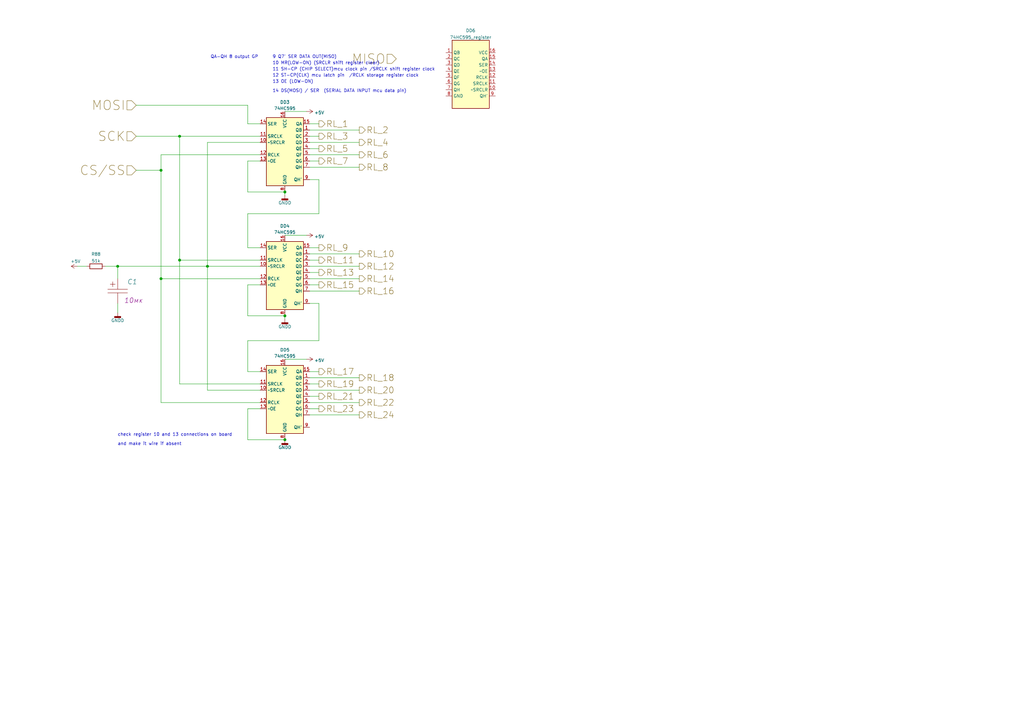
<source format=kicad_sch>
(kicad_sch (version 20210621) (generator eeschema)

  (uuid f3e9d218-bfa9-47e0-86eb-88e767012ce2)

  (paper "A3")

  (title_block
    (title "Seebeck measurement system (longitudinally)")
    (comment 1 "RUST.ZM-12.402.01.00")
  )

  (lib_symbols
    (symbol "[LTM][Capacitors][K53-68][A_B_C_D_E][5]:K53-68-C-20V-10uF-10%" (pin_numbers hide) (pin_names (offset 0) hide) (in_bom yes) (on_board yes)
      (property "Reference" "C" (id 0) (at 6.985 0 0)
        (effects (font (size 2.0066 2.0066) italic))
      )
      (property "Value" "K53-68-C-20V-10uF-10%" (id 1) (at 0 83.82 0)
        (effects (font (size 2.54 2.54) italic) hide)
      )
      (property "Footprint" "[LTM][FP][Capacitors]:[LTM][C][Tantalum][C][6032-28]" (id 2) (at 0 78.74 0)
        (effects (font (size 2.54 2.54) italic) hide)
      )
      (property "Datasheet" "C:/Program Files/KiCad/share/LTM_DataSheet/Конденсаторы_танталовые_К53-68_ОАО_Элеконд.pdf" (id 3) (at 0 74.93 0)
        (effects (font (size 2.54 2.54) italic) hide)
      )
      (property "ValueName" "10 мкФ" (id 4) (at 9.525 -3.81 0)
        (effects (font (size 2.0066 2.0066) italic))
      )
      (property "ValueGroup" "Конденсаторы" (id 5) (at 0 71.12 0)
        (effects (font (size 2.54 2.54) italic) hide)
      )
      (property "ValueGOST" "К53-68-C-20 В-10 мкФ ±10%" (id 6) (at 0 67.31 0)
        (effects (font (size 2.54 2.54) italic) hide)
      )
      (property "ValueTU" "АЖЯР.673546.007 ТУ" (id 7) (at 0 63.5 0)
        (effects (font (size 2.54 2.54) italic) hide)
      )
      (property "ValueManufacturer" "ф. ОАО \"Элеконд\"" (id 8) (at 0 59.69 0)
        (effects (font (size 2.54 2.54) italic) hide)
      )
      (property "ValueTemp_1" "АЖЯР.673546.007 ТУ" (id 9) (at 0 55.88 0)
        (effects (font (size 2.54 2.54) italic) hide)
      )
      (property "ValueSupplier" "ЗАО \"Спец-электронкомплект\"" (id 10) (at 0 52.07 0)
        (effects (font (size 2.54 2.54) italic) hide)
      )
      (property "ValueAnalog" "SMD-TAN-C-10uF±10%" (id 11) (at 0 48.26 0)
        (effects (font (size 2.54 2.54) italic) hide)
      )
      (property "ValueTemperature" "от минус 60 ⁰C до + 125 ⁰C" (id 12) (at 0 44.45 0)
        (effects (font (size 2.54 2.54) italic) hide)
      )
      (property "ValueNote" "-" (id 13) (at 0 40.64 0)
        (effects (font (size 2.54 2.54) italic) hide)
      )
      (property "ValueTemp_2" "-" (id 14) (at 0 38.1 0)
        (effects (font (size 2.54 2.54) italic) hide)
      )
      (property "ValueTemp_3" "-" (id 15) (at 0 35.56 0)
        (effects (font (size 2.54 2.54) italic) hide)
      )
      (property "ValueTemp_4" "-" (id 16) (at 0 33.02 0)
        (effects (font (size 2.54 2.54) italic) hide)
      )
      (property "ValueTemp_5" "-" (id 17) (at 0 30.48 0)
        (effects (font (size 2.54 2.54) italic) hide)
      )
      (property "ValueC" "10000000" (id 18) (at 0 27.94 0)
        (effects (font (size 2.54 2.54) italic) hide)
      )
      (property "ki_description" "Конденсатор танталовый" (id 19) (at 0 0 0)
        (effects (font (size 1.27 1.27)) hide)
      )
      (property "ki_fp_filters" "[LTM][C][Tantalum]* C_*" (id 20) (at 0 0 0)
        (effects (font (size 1.27 1.27)) hide)
      )
      (symbol "K53-68-C-20V-10uF-10%_0_1"
        (polyline
          (pts
            (xy -4.064 -0.762)
            (xy 4.064 -0.762)
          )
          (stroke (width 0) (type default) (color 0 0 0 0))
          (fill (type none))
        )
        (polyline
          (pts
            (xy -4.064 0.762)
            (xy 4.064 0.762)
          )
          (stroke (width 0) (type default) (color 0 0 0 0))
          (fill (type none))
        )
        (polyline
          (pts
            (xy -3.048 2.794)
            (xy -1.016 2.794)
          )
          (stroke (width 0) (type default) (color 0 0 0 0))
          (fill (type none))
        )
        (polyline
          (pts
            (xy -2.032 1.778)
            (xy -2.032 3.81)
          )
          (stroke (width 0) (type default) (color 0 0 0 0))
          (fill (type none))
        )
      )
      (symbol "K53-68-C-20V-10uF-10%_1_1"
        (pin passive line (at 0 5.08 270) (length 4.318)
          (name "~" (effects (font (size 2.54 2.54))))
          (number "1" (effects (font (size 2.54 2.54))))
        )
        (pin passive line (at 0 -5.08 90) (length 4.318)
          (name "~" (effects (font (size 2.54 2.54))))
          (number "2" (effects (font (size 2.54 2.54))))
        )
      )
    )
    (symbol "my_Library:56k" (pin_numbers hide) (pin_names (offset 0)) (in_bom yes) (on_board yes)
      (property "Reference" "R" (id 0) (at 3.81 2.032 0)
        (effects (font (size 1.27 1.27)))
      )
      (property "Value" "56k" (id 1) (at 4.445 -2.54 0)
        (effects (font (size 1.27 1.27)))
      )
      (property "Footprint" "my_Library_ftprint:R_0805_2012Metric" (id 2) (at 0 -5.08 0)
        (effects (font (size 1.27 1.27)) hide)
      )
      (property "Datasheet" "~" (id 3) (at 3.81 0 90)
        (effects (font (size 1.27 1.27)) hide)
      )
      (property "ki_keywords" "R res resistor 0805" (id 4) (at 0 0 0)
        (effects (font (size 1.27 1.27)) hide)
      )
      (property "ki_description" "Resistor" (id 5) (at 0 0 0)
        (effects (font (size 1.27 1.27)) hide)
      )
      (property "ki_fp_filters" "R_*" (id 6) (at 0 0 0)
        (effects (font (size 1.27 1.27)) hide)
      )
      (symbol "56k_0_1"
        (rectangle (start 6.35 -1.016) (end 1.27 1.016)
          (stroke (width 0.254) (type default) (color 0 0 0 0))
          (fill (type none))
        )
      )
      (symbol "56k_1_1"
        (pin passive line (at 0 0 0) (length 1.27)
          (name "~" (effects (font (size 1.27 1.27))))
          (number "1" (effects (font (size 1.27 1.27))))
        )
        (pin passive line (at 7.62 0 180) (length 1.27)
          (name "~" (effects (font (size 1.27 1.27))))
          (number "2" (effects (font (size 1.27 1.27))))
        )
      )
    )
    (symbol "my_Library:74HC595" (in_bom yes) (on_board yes)
      (property "Reference" "DD" (id 0) (at 0 19.05 0)
        (effects (font (size 1.27 1.27)))
      )
      (property "Value" "74HC595" (id 1) (at 0 16.51 0)
        (effects (font (size 1.27 1.27)))
      )
      (property "Footprint" "my_Library_ftprint:DIP-16_W7.62mm_Socket_LongPads" (id 2) (at 0 0 0)
        (effects (font (size 1.27 1.27)) hide)
      )
      (property "Datasheet" "http://www.ti.com/lit/ds/symlink/sn74hc595.pdf" (id 3) (at 0 0 0)
        (effects (font (size 1.27 1.27)) hide)
      )
      (property "ki_keywords" "HCMOS SR 3State" (id 4) (at 0 0 0)
        (effects (font (size 1.27 1.27)) hide)
      )
      (property "ki_description" "8-bit serial in/out Shift Register 3-State Outputs" (id 5) (at 0 0 0)
        (effects (font (size 1.27 1.27)) hide)
      )
      (property "ki_fp_filters" "DIP*W7.62mm* SOIC*3.9x9.9mm*P1.27mm* TSSOP*4.4x5mm*P0.65mm* SOIC*5.3x10.2mm*P1.27mm* SOIC*7.5x10.3mm*P1.27mm*" (id 6) (at 0 0 0)
        (effects (font (size 1.27 1.27)) hide)
      )
      (symbol "74HC595_1_0"
        (pin tri_state line (at 10.16 7.62 180) (length 2.54)
          (name "QB" (effects (font (size 1.27 1.27))))
          (number "1" (effects (font (size 1.27 1.27))))
        )
        (pin input line (at -10.16 2.54 0) (length 2.54)
          (name "~SRCLR" (effects (font (size 1.27 1.27))))
          (number "10" (effects (font (size 1.27 1.27))))
        )
        (pin input line (at -10.16 5.08 0) (length 2.54)
          (name "SRCLK" (effects (font (size 1.27 1.27))))
          (number "11" (effects (font (size 1.27 1.27))))
        )
        (pin input line (at -10.16 -2.54 0) (length 2.54)
          (name "RCLK" (effects (font (size 1.27 1.27))))
          (number "12" (effects (font (size 1.27 1.27))))
        )
        (pin input line (at -10.16 -5.08 0) (length 2.54)
          (name "~OE" (effects (font (size 1.27 1.27))))
          (number "13" (effects (font (size 1.27 1.27))))
        )
        (pin input line (at -10.16 10.16 0) (length 2.54)
          (name "SER" (effects (font (size 1.27 1.27))))
          (number "14" (effects (font (size 1.27 1.27))))
        )
        (pin tri_state line (at 10.16 10.16 180) (length 2.54)
          (name "QA" (effects (font (size 1.27 1.27))))
          (number "15" (effects (font (size 1.27 1.27))))
        )
        (pin power_in line (at 0 15.24 270) (length 2.54)
          (name "VCC" (effects (font (size 1.27 1.27))))
          (number "16" (effects (font (size 1.27 1.27))))
        )
        (pin tri_state line (at 10.16 5.08 180) (length 2.54)
          (name "QC" (effects (font (size 1.27 1.27))))
          (number "2" (effects (font (size 1.27 1.27))))
        )
        (pin tri_state line (at 10.16 2.54 180) (length 2.54)
          (name "QD" (effects (font (size 1.27 1.27))))
          (number "3" (effects (font (size 1.27 1.27))))
        )
        (pin tri_state line (at 10.16 0 180) (length 2.54)
          (name "QE" (effects (font (size 1.27 1.27))))
          (number "4" (effects (font (size 1.27 1.27))))
        )
        (pin tri_state line (at 10.16 -2.54 180) (length 2.54)
          (name "QF" (effects (font (size 1.27 1.27))))
          (number "5" (effects (font (size 1.27 1.27))))
        )
        (pin tri_state line (at 10.16 -5.08 180) (length 2.54)
          (name "QG" (effects (font (size 1.27 1.27))))
          (number "6" (effects (font (size 1.27 1.27))))
        )
        (pin tri_state line (at 10.16 -7.62 180) (length 2.54)
          (name "QH" (effects (font (size 1.27 1.27))))
          (number "7" (effects (font (size 1.27 1.27))))
        )
        (pin power_in line (at 0 -17.78 90) (length 2.54)
          (name "GND" (effects (font (size 1.27 1.27))))
          (number "8" (effects (font (size 1.27 1.27))))
        )
        (pin output line (at 10.16 -12.7 180) (length 2.54)
          (name "QH'" (effects (font (size 1.27 1.27))))
          (number "9" (effects (font (size 1.27 1.27))))
        )
      )
      (symbol "74HC595_1_1"
        (rectangle (start -7.62 12.7) (end 7.62 -15.24)
          (stroke (width 0.254) (type default) (color 0 0 0 0))
          (fill (type background))
        )
      )
    )
    (symbol "my_Library:74HC595_register" (in_bom yes) (on_board yes)
      (property "Reference" "DD" (id 0) (at 0 19.05 0)
        (effects (font (size 1.27 1.27)))
      )
      (property "Value" "74HC595_register" (id 1) (at 0 16.51 0)
        (effects (font (size 1.27 1.27)))
      )
      (property "Footprint" "my_Library_ftprint:DIP-16_W7.62mm_Socket_LongPads" (id 2) (at 1.27 -21.59 0)
        (effects (font (size 1.27 1.27)) hide)
      )
      (property "Datasheet" "http://www.ti.com/lit/ds/symlink/sn74hc595.pdf" (id 3) (at -1.27 -26.67 0)
        (effects (font (size 1.27 1.27)) hide)
      )
      (property "ki_keywords" "HCMOS SR 3State" (id 4) (at 0 0 0)
        (effects (font (size 1.27 1.27)) hide)
      )
      (property "ki_description" "8-bit serial in/out Shift Register 3-State Outputs" (id 5) (at 0 0 0)
        (effects (font (size 1.27 1.27)) hide)
      )
      (property "ki_fp_filters" "DIP*W7.62mm* SOIC*3.9x9.9mm*P1.27mm* TSSOP*4.4x5mm*P0.65mm* SOIC*5.3x10.2mm*P1.27mm* SOIC*7.5x10.3mm*P1.27mm*" (id 6) (at 0 0 0)
        (effects (font (size 1.27 1.27)) hide)
      )
      (symbol "74HC595_register_1_0"
        (pin tri_state line (at -10.16 7.62 0) (length 2.54)
          (name "QB" (effects (font (size 1.27 1.27))))
          (number "1" (effects (font (size 1.27 1.27))))
        )
        (pin input line (at 10.16 -7.62 180) (length 2.54)
          (name "~SRCLR" (effects (font (size 1.27 1.27))))
          (number "10" (effects (font (size 1.27 1.27))))
        )
        (pin input line (at 10.16 -5.08 180) (length 2.54)
          (name "SRCLK" (effects (font (size 1.27 1.27))))
          (number "11" (effects (font (size 1.27 1.27))))
        )
        (pin input line (at 10.16 -2.54 180) (length 2.54)
          (name "RCLK" (effects (font (size 1.27 1.27))))
          (number "12" (effects (font (size 1.27 1.27))))
        )
        (pin input line (at 10.16 0 180) (length 2.54)
          (name "~OE" (effects (font (size 1.27 1.27))))
          (number "13" (effects (font (size 1.27 1.27))))
        )
        (pin input line (at 10.16 2.54 180) (length 2.54)
          (name "SER" (effects (font (size 1.27 1.27))))
          (number "14" (effects (font (size 1.27 1.27))))
        )
        (pin tri_state line (at 10.16 5.08 180) (length 2.54)
          (name "QA" (effects (font (size 1.27 1.27))))
          (number "15" (effects (font (size 1.27 1.27))))
        )
        (pin power_in line (at 10.16 7.62 180) (length 2.54)
          (name "VCC" (effects (font (size 1.27 1.27))))
          (number "16" (effects (font (size 1.27 1.27))))
        )
        (pin tri_state line (at -10.16 5.08 0) (length 2.54)
          (name "QC" (effects (font (size 1.27 1.27))))
          (number "2" (effects (font (size 1.27 1.27))))
        )
        (pin tri_state line (at -10.16 2.54 0) (length 2.54)
          (name "QD" (effects (font (size 1.27 1.27))))
          (number "3" (effects (font (size 1.27 1.27))))
        )
        (pin tri_state line (at -10.16 0 0) (length 2.54)
          (name "QE" (effects (font (size 1.27 1.27))))
          (number "4" (effects (font (size 1.27 1.27))))
        )
        (pin tri_state line (at -10.16 -2.54 0) (length 2.54)
          (name "QF" (effects (font (size 1.27 1.27))))
          (number "5" (effects (font (size 1.27 1.27))))
        )
        (pin tri_state line (at -10.16 -5.08 0) (length 2.54)
          (name "QG" (effects (font (size 1.27 1.27))))
          (number "6" (effects (font (size 1.27 1.27))))
        )
        (pin tri_state line (at -10.16 -7.62 0) (length 2.54)
          (name "QH" (effects (font (size 1.27 1.27))))
          (number "7" (effects (font (size 1.27 1.27))))
        )
        (pin power_in line (at -10.16 -10.16 0) (length 2.54)
          (name "GND" (effects (font (size 1.27 1.27))))
          (number "8" (effects (font (size 1.27 1.27))))
        )
        (pin output line (at 10.16 -10.16 180) (length 2.54)
          (name "QH'" (effects (font (size 1.27 1.27))))
          (number "9" (effects (font (size 1.27 1.27))))
        )
      )
      (symbol "74HC595_register_1_1"
        (rectangle (start 7.62 12.7) (end -7.62 -15.24)
          (stroke (width 0.254) (type default) (color 0 0 0 0))
          (fill (type background))
        )
      )
    )
    (symbol "power:+5V" (power) (pin_names (offset 0)) (in_bom yes) (on_board yes)
      (property "Reference" "#PWR" (id 0) (at 0 -3.81 0)
        (effects (font (size 1.27 1.27)) hide)
      )
      (property "Value" "+5V" (id 1) (at 0 3.556 0)
        (effects (font (size 1.27 1.27)))
      )
      (property "Footprint" "" (id 2) (at 0 0 0)
        (effects (font (size 1.27 1.27)) hide)
      )
      (property "Datasheet" "" (id 3) (at 0 0 0)
        (effects (font (size 1.27 1.27)) hide)
      )
      (property "ki_keywords" "power-flag" (id 4) (at 0 0 0)
        (effects (font (size 1.27 1.27)) hide)
      )
      (property "ki_description" "Power symbol creates a global label with name \"+5V\"" (id 5) (at 0 0 0)
        (effects (font (size 1.27 1.27)) hide)
      )
      (symbol "+5V_0_1"
        (polyline
          (pts
            (xy -0.762 1.27)
            (xy 0 2.54)
          )
          (stroke (width 0) (type default) (color 0 0 0 0))
          (fill (type none))
        )
        (polyline
          (pts
            (xy 0 0)
            (xy 0 2.54)
          )
          (stroke (width 0) (type default) (color 0 0 0 0))
          (fill (type none))
        )
        (polyline
          (pts
            (xy 0 2.54)
            (xy 0.762 1.27)
          )
          (stroke (width 0) (type default) (color 0 0 0 0))
          (fill (type none))
        )
      )
      (symbol "+5V_1_1"
        (pin power_in line (at 0 0 90) (length 0) hide
          (name "+5V" (effects (font (size 1.27 1.27))))
          (number "1" (effects (font (size 1.27 1.27))))
        )
      )
    )
    (symbol "power:GNDD" (power) (pin_names (offset 0)) (in_bom yes) (on_board yes)
      (property "Reference" "#PWR" (id 0) (at 0 -6.35 0)
        (effects (font (size 1.27 1.27)) hide)
      )
      (property "Value" "GNDD" (id 1) (at 0 -3.175 0)
        (effects (font (size 1.27 1.27)))
      )
      (property "Footprint" "" (id 2) (at 0 0 0)
        (effects (font (size 1.27 1.27)) hide)
      )
      (property "Datasheet" "" (id 3) (at 0 0 0)
        (effects (font (size 1.27 1.27)) hide)
      )
      (property "ki_keywords" "power-flag" (id 4) (at 0 0 0)
        (effects (font (size 1.27 1.27)) hide)
      )
      (property "ki_description" "Power symbol creates a global label with name \"GNDD\" , digital ground" (id 5) (at 0 0 0)
        (effects (font (size 1.27 1.27)) hide)
      )
      (symbol "GNDD_0_1"
        (rectangle (start -1.27 -1.524) (end 1.27 -2.032)
          (stroke (width 0.254) (type default) (color 0 0 0 0))
          (fill (type outline))
        )
        (polyline
          (pts
            (xy 0 0)
            (xy 0 -1.524)
          )
          (stroke (width 0) (type default) (color 0 0 0 0))
          (fill (type none))
        )
      )
      (symbol "GNDD_1_1"
        (pin power_in line (at 0 0 270) (length 0) hide
          (name "GNDD" (effects (font (size 1.27 1.27))))
          (number "1" (effects (font (size 1.27 1.27))))
        )
      )
    )
  )

  (junction (at 48.26 109.22) (diameter 1.016) (color 0 0 0 0))
  (junction (at 66.04 69.85) (diameter 1.016) (color 0 0 0 0))
  (junction (at 66.04 114.3) (diameter 1.016) (color 0 0 0 0))
  (junction (at 73.66 55.88) (diameter 1.016) (color 0 0 0 0))
  (junction (at 73.66 106.68) (diameter 1.016) (color 0 0 0 0))
  (junction (at 85.09 109.22) (diameter 1.016) (color 0 0 0 0))
  (junction (at 116.84 78.74) (diameter 1.016) (color 0 0 0 0))
  (junction (at 116.84 129.54) (diameter 1.016) (color 0 0 0 0))
  (junction (at 116.84 180.34) (diameter 1.016) (color 0 0 0 0))

  (wire (pts (xy 31.75 109.22) (xy 35.56 109.22))
    (stroke (width 0) (type solid) (color 0 0 0 0))
    (uuid 9ee3e0b7-82bb-4d34-80f8-0ebc73156a37)
  )
  (wire (pts (xy 43.18 109.22) (xy 48.26 109.22))
    (stroke (width 0) (type solid) (color 0 0 0 0))
    (uuid 33ee10c2-0132-4185-b820-040475c0122a)
  )
  (wire (pts (xy 48.26 114.3) (xy 48.26 109.22))
    (stroke (width 0) (type default) (color 0 0 0 0))
    (uuid 75c9e818-796c-41fb-bca0-edd080182d77)
  )
  (wire (pts (xy 48.26 124.46) (xy 48.26 128.27))
    (stroke (width 0) (type solid) (color 0 0 0 0))
    (uuid c5addb2a-0b5d-415a-ad72-78c8d80059a2)
  )
  (wire (pts (xy 55.88 43.18) (xy 101.6 43.18))
    (stroke (width 0) (type solid) (color 0 0 0 0))
    (uuid d0c3b84a-499a-40be-950c-a8d77fcbc047)
  )
  (wire (pts (xy 55.88 55.88) (xy 73.66 55.88))
    (stroke (width 0) (type solid) (color 0 0 0 0))
    (uuid c970506d-5dcb-4a17-af73-e3a70a931e5a)
  )
  (wire (pts (xy 55.88 69.85) (xy 66.04 69.85))
    (stroke (width 0) (type solid) (color 0 0 0 0))
    (uuid e863bb6f-cdad-4231-92a8-e107067b3fda)
  )
  (wire (pts (xy 66.04 63.5) (xy 66.04 69.85))
    (stroke (width 0) (type solid) (color 0 0 0 0))
    (uuid 5f2ce5ae-a6e2-439e-bca2-a14c877a8d16)
  )
  (wire (pts (xy 66.04 63.5) (xy 106.68 63.5))
    (stroke (width 0) (type solid) (color 0 0 0 0))
    (uuid 5610db4a-f2d7-43c3-b275-4ce7ed378303)
  )
  (wire (pts (xy 66.04 69.85) (xy 66.04 114.3))
    (stroke (width 0) (type solid) (color 0 0 0 0))
    (uuid 5f2ce5ae-a6e2-439e-bca2-a14c877a8d16)
  )
  (wire (pts (xy 66.04 114.3) (xy 106.68 114.3))
    (stroke (width 0) (type solid) (color 0 0 0 0))
    (uuid 982853d5-97f9-49cc-9dd5-5f0cc52d2895)
  )
  (wire (pts (xy 66.04 165.1) (xy 66.04 114.3))
    (stroke (width 0) (type solid) (color 0 0 0 0))
    (uuid daab151e-8b1d-451d-a9cf-2aac15866110)
  )
  (wire (pts (xy 73.66 55.88) (xy 73.66 106.68))
    (stroke (width 0) (type solid) (color 0 0 0 0))
    (uuid aaff0f9a-a3ec-4e26-95ba-30dc14da5f15)
  )
  (wire (pts (xy 73.66 55.88) (xy 106.68 55.88))
    (stroke (width 0) (type solid) (color 0 0 0 0))
    (uuid c970506d-5dcb-4a17-af73-e3a70a931e5a)
  )
  (wire (pts (xy 73.66 106.68) (xy 73.66 157.48))
    (stroke (width 0) (type solid) (color 0 0 0 0))
    (uuid 7d1322fe-7a9b-4974-b780-ad66de30368d)
  )
  (wire (pts (xy 73.66 106.68) (xy 106.68 106.68))
    (stroke (width 0) (type solid) (color 0 0 0 0))
    (uuid acf182d9-3b9e-4616-8bc4-4a2d7794ffe0)
  )
  (wire (pts (xy 73.66 157.48) (xy 106.68 157.48))
    (stroke (width 0) (type solid) (color 0 0 0 0))
    (uuid 7d1322fe-7a9b-4974-b780-ad66de30368d)
  )
  (wire (pts (xy 85.09 58.42) (xy 85.09 109.22))
    (stroke (width 0) (type solid) (color 0 0 0 0))
    (uuid 19036b99-21ba-4ff4-b4ee-ad8c30fe3d8f)
  )
  (wire (pts (xy 85.09 109.22) (xy 48.26 109.22))
    (stroke (width 0) (type solid) (color 0 0 0 0))
    (uuid c6720b78-8ca0-4365-b82a-7a8ffdcdc540)
  )
  (wire (pts (xy 85.09 109.22) (xy 85.09 160.02))
    (stroke (width 0) (type solid) (color 0 0 0 0))
    (uuid c6720b78-8ca0-4365-b82a-7a8ffdcdc540)
  )
  (wire (pts (xy 101.6 43.18) (xy 101.6 50.8))
    (stroke (width 0) (type solid) (color 0 0 0 0))
    (uuid d0c3b84a-499a-40be-950c-a8d77fcbc047)
  )
  (wire (pts (xy 101.6 50.8) (xy 106.68 50.8))
    (stroke (width 0) (type solid) (color 0 0 0 0))
    (uuid d0c3b84a-499a-40be-950c-a8d77fcbc047)
  )
  (wire (pts (xy 101.6 66.04) (xy 101.6 78.74))
    (stroke (width 0) (type solid) (color 0 0 0 0))
    (uuid d72e4527-46de-4374-8887-0ae2f1226920)
  )
  (wire (pts (xy 101.6 78.74) (xy 116.84 78.74))
    (stroke (width 0) (type solid) (color 0 0 0 0))
    (uuid b35db7d5-4699-41f5-b2a8-cbb39539178c)
  )
  (wire (pts (xy 101.6 87.63) (xy 101.6 101.6))
    (stroke (width 0) (type solid) (color 0 0 0 0))
    (uuid 7cc71f8d-1892-466f-a84e-be98c1a09980)
  )
  (wire (pts (xy 101.6 87.63) (xy 130.81 87.63))
    (stroke (width 0) (type solid) (color 0 0 0 0))
    (uuid a360568a-a883-4be3-b5fb-a54d432bbcb6)
  )
  (wire (pts (xy 101.6 101.6) (xy 106.68 101.6))
    (stroke (width 0) (type solid) (color 0 0 0 0))
    (uuid d154373a-5f86-47b4-83a1-2b7d756b18b1)
  )
  (wire (pts (xy 101.6 116.84) (xy 101.6 129.54))
    (stroke (width 0) (type solid) (color 0 0 0 0))
    (uuid 9e482406-1c14-4269-aecb-0e49e644a4ab)
  )
  (wire (pts (xy 101.6 129.54) (xy 116.84 129.54))
    (stroke (width 0) (type solid) (color 0 0 0 0))
    (uuid 9e482406-1c14-4269-aecb-0e49e644a4ab)
  )
  (wire (pts (xy 101.6 139.7) (xy 101.6 152.4))
    (stroke (width 0) (type solid) (color 0 0 0 0))
    (uuid 0be76d90-77c0-42ce-b99a-c108d15fc0c0)
  )
  (wire (pts (xy 101.6 152.4) (xy 106.68 152.4))
    (stroke (width 0) (type solid) (color 0 0 0 0))
    (uuid 0be76d90-77c0-42ce-b99a-c108d15fc0c0)
  )
  (wire (pts (xy 101.6 167.64) (xy 101.6 180.34))
    (stroke (width 0) (type solid) (color 0 0 0 0))
    (uuid f4e4eade-2626-4e5c-8ae4-3013856328f6)
  )
  (wire (pts (xy 101.6 180.34) (xy 116.84 180.34))
    (stroke (width 0) (type solid) (color 0 0 0 0))
    (uuid f4e4eade-2626-4e5c-8ae4-3013856328f6)
  )
  (wire (pts (xy 106.68 58.42) (xy 85.09 58.42))
    (stroke (width 0) (type solid) (color 0 0 0 0))
    (uuid 19036b99-21ba-4ff4-b4ee-ad8c30fe3d8f)
  )
  (wire (pts (xy 106.68 66.04) (xy 101.6 66.04))
    (stroke (width 0) (type solid) (color 0 0 0 0))
    (uuid d72e4527-46de-4374-8887-0ae2f1226920)
  )
  (wire (pts (xy 106.68 109.22) (xy 85.09 109.22))
    (stroke (width 0) (type solid) (color 0 0 0 0))
    (uuid c6720b78-8ca0-4365-b82a-7a8ffdcdc540)
  )
  (wire (pts (xy 106.68 116.84) (xy 101.6 116.84))
    (stroke (width 0) (type solid) (color 0 0 0 0))
    (uuid 9e482406-1c14-4269-aecb-0e49e644a4ab)
  )
  (wire (pts (xy 106.68 160.02) (xy 85.09 160.02))
    (stroke (width 0) (type default) (color 0 0 0 0))
    (uuid 3a3cda1a-0593-4d02-b659-beebfffb7f7c)
  )
  (wire (pts (xy 106.68 165.1) (xy 66.04 165.1))
    (stroke (width 0) (type solid) (color 0 0 0 0))
    (uuid daab151e-8b1d-451d-a9cf-2aac15866110)
  )
  (wire (pts (xy 106.68 167.64) (xy 101.6 167.64))
    (stroke (width 0) (type solid) (color 0 0 0 0))
    (uuid f4e4eade-2626-4e5c-8ae4-3013856328f6)
  )
  (wire (pts (xy 116.84 45.72) (xy 125.73 45.72))
    (stroke (width 0) (type solid) (color 0 0 0 0))
    (uuid a3eabdb4-06dc-4352-8991-1399e4e7e04c)
  )
  (wire (pts (xy 116.84 80.01) (xy 116.84 78.74))
    (stroke (width 0) (type solid) (color 0 0 0 0))
    (uuid 2350f300-2e42-4eaa-bc95-796832944ae8)
  )
  (wire (pts (xy 116.84 96.52) (xy 125.73 96.52))
    (stroke (width 0) (type solid) (color 0 0 0 0))
    (uuid 868964f3-1cd2-4df3-a0c7-40bcf25507f1)
  )
  (wire (pts (xy 116.84 130.81) (xy 116.84 129.54))
    (stroke (width 0) (type solid) (color 0 0 0 0))
    (uuid 3e98f616-c2ec-414e-8b8c-6846dacd569e)
  )
  (wire (pts (xy 116.84 147.32) (xy 125.73 147.32))
    (stroke (width 0) (type solid) (color 0 0 0 0))
    (uuid 075aaf6c-8fbe-400a-bd4e-d48fdd1ba075)
  )
  (wire (pts (xy 127 50.8) (xy 130.81 50.8))
    (stroke (width 0) (type solid) (color 0 0 0 0))
    (uuid a48ea6dd-21eb-41fd-9dc7-f8b76e7d92e5)
  )
  (wire (pts (xy 127 53.34) (xy 147.32 53.34))
    (stroke (width 0) (type solid) (color 0 0 0 0))
    (uuid 4d10af38-6cc1-4a4d-82bb-b99acf899819)
  )
  (wire (pts (xy 127 55.88) (xy 130.81 55.88))
    (stroke (width 0) (type solid) (color 0 0 0 0))
    (uuid 13a3a6e8-44c6-4e4f-b9d7-622c1c08d758)
  )
  (wire (pts (xy 127 58.42) (xy 147.32 58.42))
    (stroke (width 0) (type solid) (color 0 0 0 0))
    (uuid aa1e8fd0-9be1-447c-b7a2-5b3294dd983e)
  )
  (wire (pts (xy 127 60.96) (xy 130.81 60.96))
    (stroke (width 0) (type solid) (color 0 0 0 0))
    (uuid 84464536-db26-4624-92f1-49830602cda5)
  )
  (wire (pts (xy 127 63.5) (xy 147.32 63.5))
    (stroke (width 0) (type solid) (color 0 0 0 0))
    (uuid 270e7ce9-3c9c-473f-a37b-d86bf6d1f40a)
  )
  (wire (pts (xy 127 66.04) (xy 130.81 66.04))
    (stroke (width 0) (type solid) (color 0 0 0 0))
    (uuid 897c3102-d52f-478e-a09c-527bb1ca95b2)
  )
  (wire (pts (xy 127 68.58) (xy 147.32 68.58))
    (stroke (width 0) (type solid) (color 0 0 0 0))
    (uuid bf740da8-f138-4c49-909b-50189e464bbc)
  )
  (wire (pts (xy 127 101.6) (xy 130.81 101.6))
    (stroke (width 0) (type solid) (color 0 0 0 0))
    (uuid fa1522e6-609e-4bcb-be9b-d620c20ffebf)
  )
  (wire (pts (xy 127 104.14) (xy 147.32 104.14))
    (stroke (width 0) (type solid) (color 0 0 0 0))
    (uuid 7add41fc-b16c-4254-891d-b416432f36f1)
  )
  (wire (pts (xy 127 106.68) (xy 130.81 106.68))
    (stroke (width 0) (type solid) (color 0 0 0 0))
    (uuid dabd554c-a46b-4838-8807-158f208c85ae)
  )
  (wire (pts (xy 127 109.22) (xy 147.32 109.22))
    (stroke (width 0) (type solid) (color 0 0 0 0))
    (uuid 9d4fba5f-6acc-4fd9-b997-6eb8767b56b6)
  )
  (wire (pts (xy 127 111.76) (xy 130.81 111.76))
    (stroke (width 0) (type solid) (color 0 0 0 0))
    (uuid 26f0d96c-bd73-487c-84c2-f59d26a88d93)
  )
  (wire (pts (xy 127 114.3) (xy 147.32 114.3))
    (stroke (width 0) (type solid) (color 0 0 0 0))
    (uuid fa427db4-734a-40cf-8d1b-3c004d8ba68a)
  )
  (wire (pts (xy 127 116.84) (xy 130.81 116.84))
    (stroke (width 0) (type solid) (color 0 0 0 0))
    (uuid 33c562c2-bf81-475e-a4b4-51cd5290641b)
  )
  (wire (pts (xy 127 119.38) (xy 147.32 119.38))
    (stroke (width 0) (type solid) (color 0 0 0 0))
    (uuid 792578a8-c5ea-441d-823a-a2814764c45c)
  )
  (wire (pts (xy 127 124.46) (xy 130.81 124.46))
    (stroke (width 0) (type solid) (color 0 0 0 0))
    (uuid 0be76d90-77c0-42ce-b99a-c108d15fc0c0)
  )
  (wire (pts (xy 127 152.4) (xy 130.81 152.4))
    (stroke (width 0) (type solid) (color 0 0 0 0))
    (uuid c3490dd9-85f4-46af-8c8b-16c1180d83a5)
  )
  (wire (pts (xy 127 154.94) (xy 147.32 154.94))
    (stroke (width 0) (type solid) (color 0 0 0 0))
    (uuid 2aa04d52-624b-4e78-a95b-780466ad9203)
  )
  (wire (pts (xy 127 157.48) (xy 130.81 157.48))
    (stroke (width 0) (type solid) (color 0 0 0 0))
    (uuid bfbfc3e3-c0ef-40d5-a489-7b0b324c9030)
  )
  (wire (pts (xy 127 160.02) (xy 147.32 160.02))
    (stroke (width 0) (type solid) (color 0 0 0 0))
    (uuid 4922e939-dff0-4f9e-92bb-a902a06ef173)
  )
  (wire (pts (xy 127 162.56) (xy 130.81 162.56))
    (stroke (width 0) (type solid) (color 0 0 0 0))
    (uuid 9b15d3dd-00ef-4602-8516-26e53cfbb52f)
  )
  (wire (pts (xy 127 165.1) (xy 147.32 165.1))
    (stroke (width 0) (type solid) (color 0 0 0 0))
    (uuid eaa2b966-d847-4fef-97b1-149d874c473c)
  )
  (wire (pts (xy 127 167.64) (xy 130.81 167.64))
    (stroke (width 0) (type solid) (color 0 0 0 0))
    (uuid 5a3e515b-0d86-49eb-9bbe-450533da2a0e)
  )
  (wire (pts (xy 127 170.18) (xy 147.32 170.18))
    (stroke (width 0) (type solid) (color 0 0 0 0))
    (uuid fe624995-ed24-448b-aef6-0b49f93cb80b)
  )
  (wire (pts (xy 130.81 73.66) (xy 127 73.66))
    (stroke (width 0) (type solid) (color 0 0 0 0))
    (uuid 898b0c2f-0076-4920-b3a8-fae342c2ab1e)
  )
  (wire (pts (xy 130.81 73.66) (xy 130.81 87.63))
    (stroke (width 0) (type solid) (color 0 0 0 0))
    (uuid a360568a-a883-4be3-b5fb-a54d432bbcb6)
  )
  (wire (pts (xy 130.81 124.46) (xy 130.81 139.7))
    (stroke (width 0) (type solid) (color 0 0 0 0))
    (uuid 0be76d90-77c0-42ce-b99a-c108d15fc0c0)
  )
  (wire (pts (xy 130.81 139.7) (xy 101.6 139.7))
    (stroke (width 0) (type solid) (color 0 0 0 0))
    (uuid 0be76d90-77c0-42ce-b99a-c108d15fc0c0)
  )

  (text "check register 10 and 13 connections on board" (at 48.26 179.07 0)
    (effects (font (size 1.27 1.27)) (justify left bottom))
    (uuid 4c2cf61b-9669-4a64-9222-10b95d780d59)
  )
  (text "and make it wire if absent\n" (at 48.26 182.88 0)
    (effects (font (size 1.27 1.27)) (justify left bottom))
    (uuid 9707c151-dbc3-4c25-8198-3e82410bc539)
  )
  (text "QA-QH 8 output GP" (at 86.36 24.13 0)
    (effects (font (size 1.27 1.27)) (justify left bottom))
    (uuid 80f09846-5f70-4e31-972f-455495216e87)
  )
  (text "9 Q7' SER DATA OUT(MISO)" (at 111.76 24.13 0)
    (effects (font (size 1.27 1.27)) (justify left bottom))
    (uuid 869aa4db-4455-4ed2-9267-bcd025124b32)
  )
  (text "10 MR(LOW-ON) (SRCLR shift register clear)" (at 111.76 26.67 0)
    (effects (font (size 1.27 1.27)) (justify left bottom))
    (uuid a1f13f0f-69bd-4568-8f62-f04e52be0cd8)
  )
  (text "11 SH-CP (CHIP SELECT)mcu clock pin /SRCLK shift register clock "
    (at 111.76 29.21 0)
    (effects (font (size 1.27 1.27)) (justify left bottom))
    (uuid 4d96845f-c9bb-4edf-94e0-deed610f2f39)
  )
  (text "12 ST-CP(CLK) mcu latch pin  /RCLK storage register clock"
    (at 111.76 31.75 0)
    (effects (font (size 1.27 1.27)) (justify left bottom))
    (uuid 2807d9f6-8e02-4b6b-94ac-72b3d2e25b52)
  )
  (text "13 OE (LOW-ON)" (at 111.76 34.29 0)
    (effects (font (size 1.27 1.27)) (justify left bottom))
    (uuid 72a97262-4c81-4421-bce6-faf540dd31a4)
  )
  (text "14 DS(MOSI) / SER  (SERIAL DATA INPUT mcu data pin)"
    (at 111.76 38.1 0)
    (effects (font (size 1.27 1.27)) (justify left bottom))
    (uuid 8f52bec4-9b80-4c6b-b5fb-a1b76fc161b7)
  )

  (hierarchical_label "MOSI" (shape input) (at 55.88 43.18 180)
    (effects (font (size 3.81 3.81)) (justify right))
    (uuid 44c2bc6e-7a0d-4100-91ef-dd822866c5b3)
  )
  (hierarchical_label "SCK" (shape input) (at 55.88 55.88 180)
    (effects (font (size 3.81 3.81)) (justify right))
    (uuid a906b3c5-5c2f-49d5-98b2-2fb7da77f75f)
  )
  (hierarchical_label "CS{slash}SS" (shape input) (at 55.88 69.85 180)
    (effects (font (size 3.81 3.81)) (justify right))
    (uuid 99b21892-6e60-492f-b2ec-626599bf800c)
  )
  (hierarchical_label "RL_1" (shape output) (at 130.81 50.8 0)
    (effects (font (size 2.54 2.54)) (justify left))
    (uuid 39500142-2aaa-483e-b2a6-83b52a02f5da)
  )
  (hierarchical_label "RL_3" (shape output) (at 130.81 55.88 0)
    (effects (font (size 2.54 2.54)) (justify left))
    (uuid aa6baade-e91d-492c-b6e4-c036d8ec208c)
  )
  (hierarchical_label "RL_5" (shape output) (at 130.81 60.96 0)
    (effects (font (size 2.54 2.54)) (justify left))
    (uuid b0a9b8ef-4761-4cfb-8943-ac39f67feb5a)
  )
  (hierarchical_label "RL_7" (shape output) (at 130.81 66.04 0)
    (effects (font (size 2.54 2.54)) (justify left))
    (uuid 0352cc75-9274-45f8-ad82-0306dddeaea3)
  )
  (hierarchical_label "RL_9" (shape output) (at 130.81 101.6 0)
    (effects (font (size 2.54 2.54)) (justify left))
    (uuid 02ca892f-11a6-4ebb-9694-e928fe67a126)
  )
  (hierarchical_label "RL_11" (shape output) (at 130.81 106.68 0)
    (effects (font (size 2.54 2.54)) (justify left))
    (uuid 2d721a57-b6cb-4441-81e0-6088155fc7e2)
  )
  (hierarchical_label "RL_13" (shape output) (at 130.81 111.76 0)
    (effects (font (size 2.54 2.54)) (justify left))
    (uuid e7c238f3-68b6-4b56-a892-5defdd0a490d)
  )
  (hierarchical_label "RL_15" (shape output) (at 130.81 116.84 0)
    (effects (font (size 2.54 2.54)) (justify left))
    (uuid d67ef5dd-7513-4aad-8c5f-2dd2c984f937)
  )
  (hierarchical_label "RL_17" (shape output) (at 130.81 152.4 0)
    (effects (font (size 2.54 2.54)) (justify left))
    (uuid b1eadaf1-3cd3-4fcd-8317-948177c8cf42)
  )
  (hierarchical_label "RL_19" (shape output) (at 130.81 157.48 0)
    (effects (font (size 2.54 2.54)) (justify left))
    (uuid 179042de-4bb5-4163-b02a-5b695053ad58)
  )
  (hierarchical_label "RL_21" (shape output) (at 130.81 162.56 0)
    (effects (font (size 2.54 2.54)) (justify left))
    (uuid 424e76df-5f7a-4cf8-8e59-8c535895be1f)
  )
  (hierarchical_label "RL_23" (shape output) (at 130.81 167.64 0)
    (effects (font (size 2.54 2.54)) (justify left))
    (uuid 2de005c1-3e78-401e-8157-67002b1b69ac)
  )
  (hierarchical_label "RL_2" (shape output) (at 147.32 53.34 0)
    (effects (font (size 2.54 2.54)) (justify left))
    (uuid 1bcbf55d-685e-405d-9d54-c7d2b0c5b9ce)
  )
  (hierarchical_label "RL_4" (shape output) (at 147.32 58.42 0)
    (effects (font (size 2.54 2.54)) (justify left))
    (uuid 1b9014f4-8c0f-44e1-a04a-44cfb94dd0f1)
  )
  (hierarchical_label "RL_6" (shape output) (at 147.32 63.5 0)
    (effects (font (size 2.54 2.54)) (justify left))
    (uuid adc90fbc-ff04-4130-a497-1bbb8bbc5126)
  )
  (hierarchical_label "RL_8" (shape output) (at 147.32 68.58 0)
    (effects (font (size 2.54 2.54)) (justify left))
    (uuid de71ea69-435d-4992-b853-12fb84506cee)
  )
  (hierarchical_label "RL_10" (shape output) (at 147.32 104.14 0)
    (effects (font (size 2.54 2.54)) (justify left))
    (uuid e503adb3-2a6b-4f34-a83a-4fee91cbffb7)
  )
  (hierarchical_label "RL_12" (shape output) (at 147.32 109.22 0)
    (effects (font (size 2.54 2.54)) (justify left))
    (uuid 4cf7c313-f9ec-49c4-8250-5061d9bcf97f)
  )
  (hierarchical_label "RL_14" (shape output) (at 147.32 114.3 0)
    (effects (font (size 2.54 2.54)) (justify left))
    (uuid af39999a-25f5-4a4c-a0eb-7ab7230f0e9f)
  )
  (hierarchical_label "RL_16" (shape output) (at 147.32 119.38 0)
    (effects (font (size 2.54 2.54)) (justify left))
    (uuid 2a61f0f2-a064-4291-9b23-4e31131de45a)
  )
  (hierarchical_label "RL_18" (shape output) (at 147.32 154.94 0)
    (effects (font (size 2.54 2.54)) (justify left))
    (uuid d8934fd9-9020-4169-a4d1-aed5e61cf6c6)
  )
  (hierarchical_label "RL_20" (shape output) (at 147.32 160.02 0)
    (effects (font (size 2.54 2.54)) (justify left))
    (uuid 0d40686c-aceb-47e6-9cf3-90b91e111287)
  )
  (hierarchical_label "RL_22" (shape output) (at 147.32 165.1 0)
    (effects (font (size 2.54 2.54)) (justify left))
    (uuid 80f3bcd4-5855-4f30-b784-34de7f67a567)
  )
  (hierarchical_label "RL_24" (shape output) (at 147.32 170.18 0)
    (effects (font (size 2.54 2.54)) (justify left))
    (uuid a8b9d8d3-b109-435c-8029-ad207770b8fb)
  )
  (hierarchical_label "MISO" (shape input) (at 162.56 24.13 180)
    (effects (font (size 3.81 3.81)) (justify right))
    (uuid aa421ddd-e3dd-4c1c-b913-7e1511eccecb)
  )

  (symbol (lib_id "power:+5V") (at 31.75 109.22 90) (mirror x) (unit 1)
    (in_bom yes) (on_board yes)
    (uuid 1e130e93-6abc-4a7b-bbe5-44d30b0ccc24)
    (property "Reference" "#PWR0106" (id 0) (at 35.56 109.22 0)
      (effects (font (size 1.27 1.27)) hide)
    )
    (property "Value" "+5V" (id 1) (at 28.9561 107.159 90)
      (effects (font (size 1.27 1.27)) (justify right))
    )
    (property "Footprint" "" (id 2) (at 31.75 109.22 0)
      (effects (font (size 1.27 1.27)) hide)
    )
    (property "Datasheet" "" (id 3) (at 31.75 109.22 0)
      (effects (font (size 1.27 1.27)) hide)
    )
    (pin "1" (uuid a2aafd27-6a08-4235-b17e-3c4f4bbcd402))
  )

  (symbol (lib_id "power:+5V") (at 125.73 45.72 270) (unit 1)
    (in_bom yes) (on_board yes) (fields_autoplaced)
    (uuid f0226d06-3d73-43df-897f-d3ad0d0d8c33)
    (property "Reference" "#PWR04" (id 0) (at 121.92 45.72 0)
      (effects (font (size 1.27 1.27)) hide)
    )
    (property "Value" "+5V" (id 1) (at 128.9051 46.199 90)
      (effects (font (size 1.27 1.27)) (justify left))
    )
    (property "Footprint" "" (id 2) (at 125.73 45.72 0)
      (effects (font (size 1.27 1.27)) hide)
    )
    (property "Datasheet" "" (id 3) (at 125.73 45.72 0)
      (effects (font (size 1.27 1.27)) hide)
    )
    (pin "1" (uuid 297535c7-4441-4444-b376-2a48d92bfb0b))
  )

  (symbol (lib_id "power:+5V") (at 125.73 96.52 270) (unit 1)
    (in_bom yes) (on_board yes) (fields_autoplaced)
    (uuid 911a141d-b339-46e2-b4ec-fc5029ea1474)
    (property "Reference" "#PWR05" (id 0) (at 121.92 96.52 0)
      (effects (font (size 1.27 1.27)) hide)
    )
    (property "Value" "+5V" (id 1) (at 128.9051 96.999 90)
      (effects (font (size 1.27 1.27)) (justify left))
    )
    (property "Footprint" "" (id 2) (at 125.73 96.52 0)
      (effects (font (size 1.27 1.27)) hide)
    )
    (property "Datasheet" "" (id 3) (at 125.73 96.52 0)
      (effects (font (size 1.27 1.27)) hide)
    )
    (pin "1" (uuid 09ea96dc-5ac8-4170-bf9a-daf8ef868904))
  )

  (symbol (lib_id "power:+5V") (at 125.73 147.32 270) (unit 1)
    (in_bom yes) (on_board yes) (fields_autoplaced)
    (uuid 646e0b18-e2a2-4054-af41-c4512c5512ea)
    (property "Reference" "#PWR06" (id 0) (at 121.92 147.32 0)
      (effects (font (size 1.27 1.27)) hide)
    )
    (property "Value" "+5V" (id 1) (at 128.9051 147.799 90)
      (effects (font (size 1.27 1.27)) (justify left))
    )
    (property "Footprint" "" (id 2) (at 125.73 147.32 0)
      (effects (font (size 1.27 1.27)) hide)
    )
    (property "Datasheet" "" (id 3) (at 125.73 147.32 0)
      (effects (font (size 1.27 1.27)) hide)
    )
    (pin "1" (uuid ca1b29d2-95ff-4dc8-8e8a-0931580995e8))
  )

  (symbol (lib_id "power:GNDD") (at 48.26 128.27 0) (unit 1)
    (in_bom yes) (on_board yes) (fields_autoplaced)
    (uuid afc41067-761d-4010-8c71-3606001d2f6d)
    (property "Reference" "#PWR0107" (id 0) (at 48.26 134.62 0)
      (effects (font (size 1.27 1.27)) hide)
    )
    (property "Value" "GNDD" (id 1) (at 48.26 131.445 0))
    (property "Footprint" "" (id 2) (at 48.26 128.27 0)
      (effects (font (size 1.27 1.27)) hide)
    )
    (property "Datasheet" "" (id 3) (at 48.26 128.27 0)
      (effects (font (size 1.27 1.27)) hide)
    )
    (pin "1" (uuid f90c3187-42a5-453d-beaf-fd9cc9e89ace))
  )

  (symbol (lib_id "power:GNDD") (at 116.84 80.01 0) (unit 1)
    (in_bom yes) (on_board yes) (fields_autoplaced)
    (uuid 97b859ad-f4ea-4830-b8af-347874e2bdc3)
    (property "Reference" "#PWR01" (id 0) (at 116.84 86.36 0)
      (effects (font (size 1.27 1.27)) hide)
    )
    (property "Value" "GNDD" (id 1) (at 116.84 83.185 0))
    (property "Footprint" "" (id 2) (at 116.84 80.01 0)
      (effects (font (size 1.27 1.27)) hide)
    )
    (property "Datasheet" "" (id 3) (at 116.84 80.01 0)
      (effects (font (size 1.27 1.27)) hide)
    )
    (pin "1" (uuid e8478f78-6947-4e62-86d7-6357368b4e1a))
  )

  (symbol (lib_id "power:GNDD") (at 116.84 130.81 0) (unit 1)
    (in_bom yes) (on_board yes) (fields_autoplaced)
    (uuid 3c1e6fa3-324c-48fb-9bf3-7cc45be5ba0c)
    (property "Reference" "#PWR02" (id 0) (at 116.84 137.16 0)
      (effects (font (size 1.27 1.27)) hide)
    )
    (property "Value" "GNDD" (id 1) (at 116.84 133.985 0))
    (property "Footprint" "" (id 2) (at 116.84 130.81 0)
      (effects (font (size 1.27 1.27)) hide)
    )
    (property "Datasheet" "" (id 3) (at 116.84 130.81 0)
      (effects (font (size 1.27 1.27)) hide)
    )
    (pin "1" (uuid d5e129bb-3236-4494-b0f2-edc11b82edae))
  )

  (symbol (lib_id "power:GNDD") (at 116.84 180.34 0) (unit 1)
    (in_bom yes) (on_board yes) (fields_autoplaced)
    (uuid 466ea396-ce3d-433d-9a71-7cc5536c5f95)
    (property "Reference" "#PWR03" (id 0) (at 116.84 186.69 0)
      (effects (font (size 1.27 1.27)) hide)
    )
    (property "Value" "GNDD" (id 1) (at 116.84 183.515 0))
    (property "Footprint" "" (id 2) (at 116.84 180.34 0)
      (effects (font (size 1.27 1.27)) hide)
    )
    (property "Datasheet" "" (id 3) (at 116.84 180.34 0)
      (effects (font (size 1.27 1.27)) hide)
    )
    (pin "1" (uuid 45503e2d-2085-4f8a-9af2-30e550ad4121))
  )

  (symbol (lib_id "my_Library:56k") (at 35.56 109.22 0) (unit 1)
    (in_bom yes) (on_board yes) (fields_autoplaced)
    (uuid 82f8b190-a41a-462f-a92e-46cc1fd01d62)
    (property "Reference" "R88" (id 0) (at 39.37 104.2374 0))
    (property "Value" "51k" (id 1) (at 39.37 107.0125 0))
    (property "Footprint" "my_Library_ftprint:R_0805_2012Metric" (id 2) (at 35.56 114.3 0)
      (effects (font (size 1.27 1.27)) hide)
    )
    (property "Datasheet" "~" (id 3) (at 39.37 109.22 90)
      (effects (font (size 1.27 1.27)) hide)
    )
    (pin "1" (uuid 7c3a217a-f672-4f2c-a87a-99517ddc2517))
    (pin "2" (uuid 472d996d-3d6b-4030-8caa-b49babb79f8c))
  )

  (symbol (lib_id "[LTM][Capacitors][K53-68][A_B_C_D_E][5]:K53-68-C-20V-10uF-10%") (at 48.26 119.38 0) (unit 1)
    (in_bom yes) (on_board yes)
    (uuid c0ddc078-7ffe-4ae6-b5a0-dab2baf24e84)
    (property "Reference" "C1" (id 0) (at 52.07 115.57 0)
      (effects (font (size 2.0066 2.0066) italic) (justify left))
    )
    (property "Value" "K53-68-C-20V-10uF-10%" (id 1) (at 48.26 35.56 0)
      (effects (font (size 2.54 2.54) italic) hide)
    )
    (property "Footprint" "[LTM][FP][Capacitors]:[LTM][C][Tantalum][C][6032-28]" (id 2) (at 48.26 40.64 0)
      (effects (font (size 2.54 2.54) italic) hide)
    )
    (property "Datasheet" "C:/Program Files/KiCad/share/LTM_DataSheet/Конденсаторы_танталовые_К53-68_ОАО_Элеконд.pdf" (id 3) (at 48.26 44.45 0)
      (effects (font (size 2.54 2.54) italic) hide)
    )
    (property "ValueName" "10мк" (id 4) (at 50.8 123.19 0)
      (effects (font (size 2.0066 2.0066) italic) (justify left))
    )
    (property "ValueGroup" "Конденсаторы" (id 5) (at 48.26 48.26 0)
      (effects (font (size 2.54 2.54) italic) hide)
    )
    (property "ValueGOST" "К53-68-C-20 В-10 мкФ ±10%" (id 6) (at 48.26 52.07 0)
      (effects (font (size 2.54 2.54) italic) hide)
    )
    (property "ValueTU" "АЖЯР.673546.007 ТУ" (id 7) (at 48.26 55.88 0)
      (effects (font (size 2.54 2.54) italic) hide)
    )
    (property "ValueManufacturer" "ф. ОАО \"Элеконд\"" (id 8) (at 48.26 59.69 0)
      (effects (font (size 2.54 2.54) italic) hide)
    )
    (property "ValueTemp_1" "АЖЯР.673546.007 ТУ" (id 9) (at 48.26 63.5 0)
      (effects (font (size 2.54 2.54) italic) hide)
    )
    (property "ValueSupplier" "ЗАО \"Спец-электронкомплект\"" (id 10) (at 48.26 67.31 0)
      (effects (font (size 2.54 2.54) italic) hide)
    )
    (property "ValueAnalog" "SMD-TAN-C-10uF±10%" (id 11) (at 48.26 71.12 0)
      (effects (font (size 2.54 2.54) italic) hide)
    )
    (property "ValueTemperature" "от минус 60 ⁰C до + 125 ⁰C" (id 12) (at 48.26 74.93 0)
      (effects (font (size 2.54 2.54) italic) hide)
    )
    (property "ValueNote" "-" (id 13) (at 48.26 78.74 0)
      (effects (font (size 2.54 2.54) italic) hide)
    )
    (property "ValueTemp_2" "-" (id 14) (at 48.26 81.28 0)
      (effects (font (size 2.54 2.54) italic) hide)
    )
    (property "ValueTemp_3" "-" (id 15) (at 48.26 83.82 0)
      (effects (font (size 2.54 2.54) italic) hide)
    )
    (property "ValueTemp_4" "-" (id 16) (at 48.26 86.36 0)
      (effects (font (size 2.54 2.54) italic) hide)
    )
    (property "ValueTemp_5" "-" (id 17) (at 48.26 88.9 0)
      (effects (font (size 2.54 2.54) italic) hide)
    )
    (property "ValueC" "10000000" (id 18) (at 48.26 91.44 0)
      (effects (font (size 2.54 2.54) italic) hide)
    )
    (pin "1" (uuid c55d3483-3940-4cc3-8e47-69b8e5bdec44))
    (pin "2" (uuid b2b0a895-75a4-473f-8427-b9cde13bac8b))
  )

  (symbol (lib_id "my_Library:74HC595_register") (at 193.04 29.21 0) (unit 1)
    (in_bom yes) (on_board yes) (fields_autoplaced)
    (uuid 0c325fa3-60dd-47ac-a7aa-8a2bbd91e01a)
    (property "Reference" "DD6" (id 0) (at 193.04 12.5434 0))
    (property "Value" "74HC595_register" (id 1) (at 193.04 15.3185 0))
    (property "Footprint" "my_Library_ftprint:DIP-16_W7.62mm_Socket_LongPads" (id 2) (at 194.31 50.8 0)
      (effects (font (size 1.27 1.27)) hide)
    )
    (property "Datasheet" "http://www.ti.com/lit/ds/symlink/sn74hc595.pdf" (id 3) (at 191.77 55.88 0)
      (effects (font (size 1.27 1.27)) hide)
    )
    (pin "1" (uuid b0bde788-58e9-4a17-9d55-8a070d58cc1a))
    (pin "10" (uuid 87508d65-aaf8-4337-97bb-c2c58fa993e1))
    (pin "11" (uuid cc759250-5210-4a45-9b78-4eddb6cfb549))
    (pin "12" (uuid eb3b64fb-4e56-4cf6-befb-d71822e2a2a9))
    (pin "13" (uuid 82f9047f-0c57-4eb7-a710-403bc3c6bf47))
    (pin "14" (uuid 31170477-cfaf-4be6-b6de-5fb66eceb8c9))
    (pin "15" (uuid 52d9047c-13da-432a-8b89-3e93c2803bc6))
    (pin "16" (uuid 0061e97f-1cf8-4266-8f2e-7b2b9d972c3b))
    (pin "2" (uuid 8675ed6b-bcfa-4910-b73e-421df8c03cab))
    (pin "3" (uuid 10ab4e87-e77b-4948-b5ff-0d863831dce8))
    (pin "4" (uuid a03a6aca-a38b-48a5-b783-3e9998847a44))
    (pin "5" (uuid 165d1156-2aaf-4baa-93de-0d79f54c1f92))
    (pin "6" (uuid edea854d-b7a9-44a9-8f3c-f777e8256c86))
    (pin "7" (uuid d30c2485-78a8-4eee-996a-ac36f85c1d7d))
    (pin "8" (uuid 3438f464-e427-472d-a08f-ff2756bba23e))
    (pin "9" (uuid 1eca111c-f57d-4e6e-b72d-d2a7627c047c))
  )

  (symbol (lib_id "my_Library:74HC595") (at 116.84 60.96 0) (unit 1)
    (in_bom yes) (on_board yes) (fields_autoplaced)
    (uuid e85be47c-caff-4854-9771-4e02a8934051)
    (property "Reference" "DD3" (id 0) (at 116.84 41.91 0))
    (property "Value" "74HC595" (id 1) (at 116.84 44.45 0))
    (property "Footprint" "my_Library_ftprint:DIP-16_W7.62mm_Socket_LongPads" (id 2) (at 116.84 60.96 0)
      (effects (font (size 1.27 1.27)) hide)
    )
    (property "Datasheet" "http://www.ti.com/lit/ds/symlink/sn74hc595.pdf" (id 3) (at 116.84 60.96 0)
      (effects (font (size 1.27 1.27)) hide)
    )
    (pin "1" (uuid 7589283d-e242-45a1-a7d3-b62cec80a61b))
    (pin "10" (uuid c9434d8f-0193-42e9-bd83-0f99a050a9c0))
    (pin "11" (uuid 62a9f3b0-5238-423c-a94a-aac68fc20567))
    (pin "12" (uuid 83554aed-81f5-475f-bad5-3656d7850f23))
    (pin "13" (uuid e402be13-aa89-4f14-b261-b4501bcd9d0d))
    (pin "14" (uuid ce87a639-515e-4a53-a5c9-d4df079e7ca8))
    (pin "15" (uuid e92c59c9-a577-4f23-8ba8-de0cbdd1ffb4))
    (pin "16" (uuid 75b008f1-6e52-4733-97c2-f65d3c0ccfb6))
    (pin "2" (uuid 099c52b6-9b0b-4cf4-b052-95ef2bf97da6))
    (pin "3" (uuid 65f634e5-5f58-4a70-806a-409c29c8015c))
    (pin "4" (uuid c0d78013-09ae-4e0f-94e7-a95994cecb33))
    (pin "5" (uuid 04a054bf-d5b6-4c72-aed4-a23656bee92b))
    (pin "6" (uuid fef825cb-cc24-486a-9826-3e511496955a))
    (pin "7" (uuid 2b97e7ca-2fe9-4d16-b5b0-5efacfcfed0c))
    (pin "8" (uuid 8e004cc5-61e8-494c-aa81-55c2d102c4aa))
    (pin "9" (uuid bcb977ed-7451-44c3-bcf1-30dd6ff5b56f))
  )

  (symbol (lib_id "my_Library:74HC595") (at 116.84 111.76 0) (unit 1)
    (in_bom yes) (on_board yes) (fields_autoplaced)
    (uuid 25dc7f5e-ce1a-41a9-973e-8b9283c384f9)
    (property "Reference" "DD4" (id 0) (at 116.84 92.71 0))
    (property "Value" "74HC595" (id 1) (at 116.84 95.25 0))
    (property "Footprint" "my_Library_ftprint:DIP-16_W7.62mm_Socket_LongPads" (id 2) (at 116.84 111.76 0)
      (effects (font (size 1.27 1.27)) hide)
    )
    (property "Datasheet" "http://www.ti.com/lit/ds/symlink/sn74hc595.pdf" (id 3) (at 116.84 111.76 0)
      (effects (font (size 1.27 1.27)) hide)
    )
    (pin "1" (uuid b18abc9c-5cec-4c39-a403-b94167339677))
    (pin "10" (uuid 9e397745-c265-4dae-845d-aa8776c39c2b))
    (pin "11" (uuid 72ca3a05-aaab-43a7-87bc-fde0f7a0871d))
    (pin "12" (uuid ce9121e2-4d96-4408-883e-11e59dadcecc))
    (pin "13" (uuid 3bd12ca4-fc6d-4114-b02a-e296f63afa04))
    (pin "14" (uuid 3b1c02b8-7b22-4788-8077-fb78c8888173))
    (pin "15" (uuid 89d2fd89-fce8-4e3f-b389-e665cd1b9b10))
    (pin "16" (uuid 139bcedb-8058-4ff1-a4d2-fbcbc75bae2c))
    (pin "2" (uuid d0712d99-0812-47d6-bbec-980cb542a52a))
    (pin "3" (uuid cf2889df-88f9-4902-a79d-3cda8c06c558))
    (pin "4" (uuid 08a7e29f-347b-45bd-be19-7f9e198e82fd))
    (pin "5" (uuid 469944b1-14c7-49f9-839d-fa8e7f5a9b22))
    (pin "6" (uuid e6008bb7-19a7-4ecb-a468-abe93b287971))
    (pin "7" (uuid 82c115e0-e653-4de7-9162-1f445b874c78))
    (pin "8" (uuid 32d59017-66e2-4f84-b88b-39a87a14e93a))
    (pin "9" (uuid ec141a0d-3c6a-4755-a1c2-97b9a536fe29))
  )

  (symbol (lib_id "my_Library:74HC595") (at 116.84 162.56 0) (unit 1)
    (in_bom yes) (on_board yes) (fields_autoplaced)
    (uuid 0fe7c98b-0fb4-42f5-9147-267bdfb2203a)
    (property "Reference" "DD5" (id 0) (at 116.84 143.51 0))
    (property "Value" "74HC595" (id 1) (at 116.84 146.05 0))
    (property "Footprint" "my_Library_ftprint:DIP-16_W7.62mm_Socket_LongPads" (id 2) (at 116.84 162.56 0)
      (effects (font (size 1.27 1.27)) hide)
    )
    (property "Datasheet" "http://www.ti.com/lit/ds/symlink/sn74hc595.pdf" (id 3) (at 116.84 162.56 0)
      (effects (font (size 1.27 1.27)) hide)
    )
    (pin "1" (uuid 64000144-d1e6-4ea8-86eb-d48df7c48314))
    (pin "10" (uuid 7b013640-6347-4bdf-8534-4c62fdf61733))
    (pin "11" (uuid 1d43e304-fd50-4df4-b64a-55cede5613fd))
    (pin "12" (uuid 8cebd2fa-e134-475c-8530-8cb4e366d3e5))
    (pin "13" (uuid 9769f26d-7379-41a0-8166-b870cc0b723f))
    (pin "14" (uuid 9dc5ddd4-d98e-4f85-9665-d61fb00a5582))
    (pin "15" (uuid 411a6cb1-a8a5-49e4-8509-28368c05274a))
    (pin "16" (uuid 6d63d8fa-2c2e-4627-81da-db15e6bdecc0))
    (pin "2" (uuid 619ee7d0-b500-4582-92b1-f43acd416936))
    (pin "3" (uuid d15736b2-4508-43bf-85b4-4e9a5029c847))
    (pin "4" (uuid b7c5fd7a-347c-400a-ad9e-bf6f77b100e6))
    (pin "5" (uuid b4a5cffa-f972-4d2c-a7cc-a8415506b0ea))
    (pin "6" (uuid 541af478-53ba-4a2d-aed3-c63950e32b1e))
    (pin "7" (uuid 4c7cbed7-cd42-4e69-aded-f8cd0416197a))
    (pin "8" (uuid 5b931559-14a3-4c36-8edb-80b8596d2fa7))
    (pin "9" (uuid 35ca75a1-cc50-44bf-b865-36e9e4818020))
  )
)

</source>
